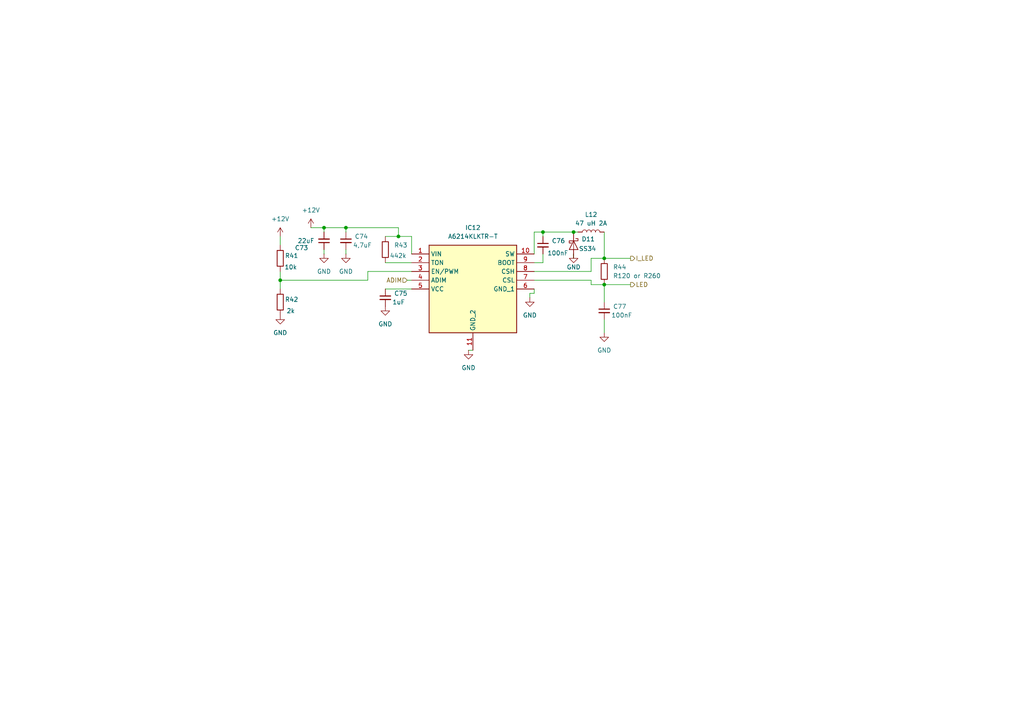
<source format=kicad_sch>
(kicad_sch (version 20250114) (generator "eeschema") (generator_version "9.0")
  (paper "A4")
  (lib_symbols
    (symbol "A6214KLKTR-T:A6214KLKTR-T"
      (property "Reference" "IC" (at 31.75 7.62 0))
      (property "Value" "A6214KLKTR-T" (at 31.75 5.08 0))
      (symbol "A6214KLKTR-T_1_1"
        (rectangle (start 5.08 2.54) (end 30.48 -22.86) (stroke (width 0.254)) (fill (type background)))
        (pin passive line (at 0 0 0) (length 5.08) (name "VIN") (number "1"))
        (pin passive line (at 0 -2.54 0) (length 5.08) (name "TON") (number "2"))
        (pin passive line (at 0 -5.08 0) (length 5.08) (name "EN/PWM") (number "3"))
        (pin passive line (at 0 -7.62 0) (length 5.08) (name "ADIM") (number "4"))
        (pin passive line (at 0 -10.16 0) (length 5.08) (name "VCC") (number "5"))
        (pin passive line (at 17.78 -27.94 90) (length 5.08) (name "GND_2") (number "11"))
        (pin passive line (at 35.56 0 180) (length 5.08) (name "SW") (number "10"))
        (pin passive line (at 35.56 -2.54 180) (length 5.08) (name "BOOT") (number "9"))
        (pin passive line (at 35.56 -5.08 180) (length 5.08) (name "CSH") (number "8"))
        (pin passive line (at 35.56 -7.62 180) (length 5.08) (name "CSL") (number "7"))
        (pin passive line (at 35.56 -10.16 180) (length 5.08) (name "GND_1") (number "6"))
      )
    )
    (symbol "Device:C_Small" (pin_numbers (hide yes)) (pin_names (offset 0.254) (hide yes))
      (property "Reference" "C" (at 0.254 1.778 0))
      (property "Value" "C_Small" (at 0.254 -2.032 0))
      (symbol "C_Small_0_1"
        (polyline (pts (xy -1.524 0.508) (xy 1.524 0.508)) (stroke (width 0.3048)))
        (polyline (pts (xy -1.524 -0.508) (xy 1.524 -0.508)) (stroke (width 0.3302)))
      )
      (symbol "C_Small_1_1"
        (pin passive line (at 0 2.54 270) (length 2.032) (name "~") (number "1"))
        (pin passive line (at 0 -2.54 90) (length 2.032) (name "~") (number "2"))
      )
    )
    (symbol "Device:L" (pin_numbers (hide yes)) (pin_names (offset 1.016) (hide yes))
      (property "Reference" "L" (at -1.27 0 90))
      (property "Value" "L" (at 1.905 0 90))
      (symbol "L_0_1"
        (arc (start 0 2.54) (mid 0.6323 1.905) (end 0 1.27))
        (arc (start 0 1.27) (mid 0.6323 0.635) (end 0 0))
        (arc (start 0 0) (mid 0.6323 -0.635) (end 0 -1.27))
        (arc (start 0 -1.27) (mid 0.6323 -1.905) (end 0 -2.54))
      )
      (symbol "L_1_1"
        (pin passive line (at 0 3.81 270) (length 1.27) (name "1") (number "1"))
        (pin passive line (at 0 -3.81 90) (length 1.27) (name "2") (number "2"))
      )
    )
    (symbol "PCM_4ms_Diode:B140-E3" (pin_numbers (hide yes)) (pin_names (offset 1.016) (hide yes))
      (property "Reference" "D" (at 0 2.54 0))
      (property "Value" "B140-E3" (at 0 -2.54 0))
      (symbol "B140-E3_1_1"
        (polyline (pts (xy -1.905 0.635) (xy -1.905 1.27) (xy -1.27 1.27) (xy -1.27 -1.27) (xy -0.635 -1.27) (xy -0.635 -0.635)) (stroke (width 0.2032)))
        (polyline (pts (xy 1.27 1.27) (xy 1.27 -1.27) (xy -1.27 0) (xy 1.27 1.27)) (stroke (width 0.2032)))
        (polyline (pts (xy 1.27 0) (xy -1.27 0)))
        (pin passive line (at -3.81 0 0) (length 2.54) (name "K") (number "1"))
        (pin passive line (at 3.81 0 180) (length 2.54) (name "A") (number "2"))
      )
    )
    (symbol "PCM_4ms_Power-symbol:+12V" (power) (pin_names (offset 0))
      (property "Value" "+12V" (at 0 3.556 0))
      (symbol "+12V_0_1"
        (polyline (pts (xy -0.762 1.27) (xy 0 2.54)))
        (polyline (pts (xy 0 2.54) (xy 0.762 1.27)))
        (polyline (pts (xy 0 0) (xy 0 2.54)))
      )
      (symbol "+12V_1_1"
        (pin power_in line (at 0 0 90) (length 0) (hide yes) (name "+12V") (number "1"))
      )
    )
    (symbol "PCM_SL_Resistors:Resistor"
      (property "Reference" "R" (at 0 5.08 0))
      (property "Value" "Resistor" (at 0 2.54 0))
      (symbol "Resistor_0_1"
        (rectangle (start -2.286 0.889) (end 2.286 -0.889) (stroke (width 0.24)))
      )
      (symbol "Resistor_1_1"
        (pin passive line (at -3.81 0 0) (length 1.5) (name "") (number "1"))
        (pin passive line (at 3.81 0 180) (length 1.5) (name "~") (number "2"))
      )
    )
    (symbol "power:GND" (power) (pin_numbers (hide yes)) (pin_names (offset 0) (hide yes))
      (property "Value" "GND" (at 0 -3.81 0))
      (symbol "GND_0_1"
        (polyline (pts (xy 0 0) (xy 0 -1.27) (xy 1.27 -1.27) (xy 0 -2.54) (xy -1.27 -1.27) (xy 0 -1.27)))
      )
      (symbol "GND_1_1"
        (pin power_in line (at 0 0 270) (length 0) (name "~") (number "1"))
      )
    )
  )
  (junction (at 93.98 66.04))
  (junction (at 175.26 74.93))
  (junction (at 157.48 67.31))
  (junction (at 166.37 67.31))
  (junction (at 100.33 66.04))
  (junction (at 175.26 82.55))
  (junction (at 81.28 81.28))
  (junction (at 115.57 68.58))
  (wire (pts (xy 154.94 78.74) (xy 171.45 78.74)))
  (wire (pts (xy 81.28 78.74) (xy 81.28 81.28)))
  (wire (pts (xy 175.26 87.63) (xy 175.26 82.55)))
  (wire (pts (xy 175.26 96.52) (xy 175.26 92.71)))
  (wire (pts (xy 157.48 76.2) (xy 154.94 76.2)))
  (wire (pts (xy 90.17 66.04) (xy 93.98 66.04)))
  (wire (pts (xy 111.76 68.58) (xy 115.57 68.58)))
  (wire (pts (xy 115.57 66.04) (xy 115.57 68.58)))
  (wire (pts (xy 100.33 73.66) (xy 100.33 72.39)))
  (wire (pts (xy 106.68 78.74) (xy 119.38 78.74)))
  (wire (pts (xy 93.98 66.04) (xy 100.33 66.04)))
  (wire (pts (xy 166.37 73.66) (xy 166.37 74.93)))
  (wire (pts (xy 171.45 78.74) (xy 171.45 74.93)))
  (wire (pts (xy 171.45 82.55) (xy 175.26 82.55)))
  (wire (pts (xy 171.45 81.28) (xy 171.45 82.55)))
  (wire (pts (xy 100.33 67.31) (xy 100.33 66.04)))
  (wire (pts (xy 166.37 67.31) (xy 167.64 67.31)))
  (wire (pts (xy 119.38 68.58) (xy 119.38 73.66)))
  (wire (pts (xy 154.94 85.09) (xy 154.94 83.82)))
  (wire (pts (xy 111.76 83.82) (xy 119.38 83.82)))
  (wire (pts (xy 153.67 85.09) (xy 153.67 86.36)))
  (wire (pts (xy 175.26 82.55) (xy 182.88 82.55)))
  (wire (pts (xy 81.28 81.28) (xy 81.28 83.82)))
  (wire (pts (xy 154.94 67.31) (xy 154.94 73.66)))
  (wire (pts (xy 182.88 74.93) (xy 175.26 74.93)))
  (wire (pts (xy 157.48 73.66) (xy 157.48 76.2)))
  (wire (pts (xy 157.48 68.58) (xy 157.48 67.31)))
  (wire (pts (xy 93.98 72.39) (xy 93.98 73.66)))
  (wire (pts (xy 154.94 85.09) (xy 153.67 85.09)))
  (wire (pts (xy 81.28 68.58) (xy 81.28 71.12)))
  (wire (pts (xy 154.94 81.28) (xy 171.45 81.28)))
  (wire (pts (xy 111.76 76.2) (xy 119.38 76.2)))
  (wire (pts (xy 100.33 66.04) (xy 115.57 66.04)))
  (wire (pts (xy 93.98 67.31) (xy 93.98 66.04)))
  (wire (pts (xy 115.57 68.58) (xy 119.38 68.58)))
  (wire (pts (xy 157.48 67.31) (xy 166.37 67.31)))
  (wire (pts (xy 106.68 78.74) (xy 106.68 81.28)))
  (wire (pts (xy 154.94 67.31) (xy 157.48 67.31)))
  (wire (pts (xy 137.16 101.6) (xy 135.89 101.6)))
  (wire (pts (xy 81.28 81.28) (xy 106.68 81.28)))
  (wire (pts (xy 175.26 67.31) (xy 175.26 74.93)))
  (wire (pts (xy 119.38 81.28) (xy 118.11 81.28)))
  (wire (pts (xy 171.45 74.93) (xy 175.26 74.93)))
  (hierarchical_label "I_LED" (shape output) (at 182.88 74.93 0))
  (hierarchical_label "ADIM" (shape input) (at 118.11 81.28 180))
  (hierarchical_label "LED" (shape output) (at 182.88 82.55 0))
  (symbol (lib_id "PCM_4ms_Power-symbol:+12V") (at 90.17 66.04 0) (unit 1)
    (property "Reference" "#PWR0139" (effects (hide yes)))
    (property "Value" "+12V" (at 90.17 60.96 0))
    (instances (project "mgr_board" (path "" (reference "#PWR0179") (unit 1)) (path "" (reference "#PWR0159") (unit 1)) (path "" (reference "#PWR0139") (unit 1)) (path "" (reference "#PWR0149") (unit 1)) (path "" (reference "#PWR0169") (unit 1)) (path "" (reference "#PWR0189") (unit 1))))
  )
  (symbol (lib_id "power:GND") (at 81.28 91.44 0) (unit 1)
    (property "Reference" "#PWR0138" (effects (hide yes)))
    (property "Value" "GND" (at 81.28 96.52 0))
    (property "Description" "Power symbol creates a global label with name \"GND\" , ground" (effects (hide yes)))
    (instances (project "mgr_board" (path "" (reference "#PWR0178") (unit 1)) (path "" (reference "#PWR0158") (unit 1)) (path "" (reference "#PWR0138") (unit 1)) (path "" (reference "#PWR0148") (unit 1)) (path "" (reference "#PWR0168") (unit 1)) (path "" (reference "#PWR0188") (unit 1))))
  )
  (symbol (lib_id "Device:C_Small") (at 157.48 71.12 0) (unit 1)
    (property "Reference" "C56" (at 160.02 69.8562 0) (effects (justify left)))
    (property "Value" "100nF" (at 158.75 73.406 0) (effects (justify left)))
    (property "Footprint" "Capacitor_SMD:C_0603_1608Metric_Pad1.08x0.95mm_HandSolder" (effects (hide yes)))
    (property "Description" "Unpolarized capacitor, small symbol" (effects (hide yes)))
    (property "LCSC" "C14663" (effects (hide yes)))
    (instances (project "mgr_board" (path "" (reference "C76") (unit 1)) (path "" (reference "C66") (unit 1)) (path "" (reference "C56") (unit 1)) (path "" (reference "C61") (unit 1)) (path "" (reference "C71") (unit 1)) (path "" (reference "C81") (unit 1))))
  )
  (symbol (lib_id "Device:C_Small") (at 93.98 69.85 180) (unit 1)
    (property "Reference" "C53" (at 89.408 71.882 0) (effects (justify left)))
    (property "Value" "22uF" (at 91.186 69.85 0) (effects (justify left)))
    (property "Footprint" "Capacitor_SMD:C_0805_2012Metric_Pad1.18x1.45mm_HandSolder" (effects (hide yes)))
    (property "Description" "Unpolarized capacitor, small symbol" (effects (hide yes)))
    (property "LCSC" "C96446" (effects (hide yes)))
    (instances (project "mgr_board" (path "" (reference "C73") (unit 1)) (path "" (reference "C63") (unit 1)) (path "" (reference "C53") (unit 1)) (path "" (reference "C58") (unit 1)) (path "" (reference "C68") (unit 1)) (path "" (reference "C78") (unit 1))))
  )
  (symbol (lib_id "power:GND") (at 111.76 88.9 0) (unit 1)
    (property "Reference" "#PWR0142" (effects (hide yes)))
    (property "Value" "GND" (at 111.76 93.98 0))
    (property "Description" "Power symbol creates a global label with name \"GND\" , ground" (effects (hide yes)))
    (instances (project "mgr_board" (path "" (reference "#PWR0182") (unit 1)) (path "" (reference "#PWR0162") (unit 1)) (path "" (reference "#PWR0142") (unit 1)) (path "" (reference "#PWR0152") (unit 1)) (path "" (reference "#PWR0172") (unit 1)) (path "" (reference "#PWR0192") (unit 1))))
  )
  (symbol (lib_id "power:GND") (at 153.67 86.36 0) (unit 1)
    (property "Reference" "#PWR0144" (effects (hide yes)))
    (property "Value" "GND" (at 153.67 91.44 0))
    (property "Description" "Power symbol creates a global label with name \"GND\" , ground" (effects (hide yes)))
    (instances (project "mgr_board" (path "" (reference "#PWR0184") (unit 1)) (path "" (reference "#PWR0164") (unit 1)) (path "" (reference "#PWR0144") (unit 1)) (path "" (reference "#PWR0154") (unit 1)) (path "" (reference "#PWR0174") (unit 1)) (path "" (reference "#PWR0194") (unit 1))))
  )
  (symbol (lib_id "A6214KLKTR-T:A6214KLKTR-T") (at 119.38 73.66 0) (unit 1)
    (property "Reference" "IC8" (at 137.16 66.04 0))
    (property "Value" "A6214KLKTR-T" (at 137.16 68.58 0))
    (property "Footprint" "footprint_lib:SOP100P600X165-11N" (effects (hide yes)))
    (property "Datasheet" "http://www.allegromicro.com/~/media/Files/Datasheets/A6214-A6216-Datasheet.ashx" (effects (hide yes)))
    (property "Description" "Automotive 2A Buck Led Driver" (effects (hide yes)))
    (property "Height" "1.65" (effects (hide yes)))
    (property "Manufacturer_Name" "Allegro Microsystems" (effects (hide yes)))
    (property "Manufacturer_Part_Number" "A6214KLKTR-T" (effects (hide yes)))
    (property "LCSC" "C146400" (effects (hide yes)))
    (instances (project "mgr_board" (path "" (reference "IC12") (unit 1)) (path "" (reference "IC10") (unit 1)) (path "" (reference "IC8") (unit 1)) (path "" (reference "IC9") (unit 1)) (path "" (reference "IC11") (unit 1)) (path "" (reference "IC13") (unit 1))))
  )
  (symbol (lib_id "PCM_SL_Resistors:Resistor") (at 81.28 87.63 270) (unit 1)
    (property "Reference" "R26" (at 84.582 86.868 90))
    (property "Value" "2k" (at 84.328 90.17 90))
    (property "Footprint" "Resistor_SMD:R_0603_1608Metric_Pad0.98x0.95mm_HandSolder" (effects (hide yes)))
    (property "Description" "1/4W Resistor" (effects (hide yes)))
    (property "LCSC" "C22975" (effects (hide yes)))
    (instances (project "mgr_board" (path "" (reference "R42") (unit 1)) (path "" (reference "R34") (unit 1)) (path "" (reference "R26") (unit 1)) (path "" (reference "R30") (unit 1)) (path "" (reference "R38") (unit 1)) (path "" (reference "R46") (unit 1))))
  )
  (symbol (lib_id "power:GND") (at 93.98 73.66 0) (unit 1)
    (property "Reference" "#PWR0140" (effects (hide yes)))
    (property "Value" "GND" (at 93.98 78.74 0))
    (property "Description" "Power symbol creates a global label with name \"GND\" , ground" (effects (hide yes)))
    (instances (project "mgr_board" (path "" (reference "#PWR0180") (unit 1)) (path "" (reference "#PWR0160") (unit 1)) (path "" (reference "#PWR0140") (unit 1)) (path "" (reference "#PWR0150") (unit 1)) (path "" (reference "#PWR0170") (unit 1)) (path "" (reference "#PWR0190") (unit 1))))
  )
  (symbol (lib_id "power:GND") (at 166.37 73.66 0) (unit 1)
    (property "Reference" "#PWR0145" (effects (hide yes)))
    (property "Value" "GND" (at 166.37 77.47 0))
    (property "Description" "Power symbol creates a global label with name \"GND\" , ground" (effects (hide yes)))
    (instances (project "mgr_board" (path "" (reference "#PWR0185") (unit 1)) (path "" (reference "#PWR0165") (unit 1)) (path "" (reference "#PWR0145") (unit 1)) (path "" (reference "#PWR0155") (unit 1)) (path "" (reference "#PWR0175") (unit 1)) (path "" (reference "#PWR0195") (unit 1))))
  )
  (symbol (lib_id "power:GND") (at 135.89 101.6 0) (unit 1)
    (property "Reference" "#PWR0143" (effects (hide yes)))
    (property "Value" "GND" (at 135.89 106.68 0))
    (property "Description" "Power symbol creates a global label with name \"GND\" , ground" (effects (hide yes)))
    (instances (project "mgr_board" (path "" (reference "#PWR0183") (unit 1)) (path "" (reference "#PWR0163") (unit 1)) (path "" (reference "#PWR0143") (unit 1)) (path "" (reference "#PWR0153") (unit 1)) (path "" (reference "#PWR0173") (unit 1)) (path "" (reference "#PWR0193") (unit 1))))
  )
  (symbol (lib_id "power:GND") (at 100.33 73.66 0) (unit 1)
    (property "Reference" "#PWR0141" (effects (hide yes)))
    (property "Value" "GND" (at 100.33 78.74 0))
    (property "Description" "Power symbol creates a global label with name \"GND\" , ground" (effects (hide yes)))
    (instances (project "mgr_board" (path "" (reference "#PWR0181") (unit 1)) (path "" (reference "#PWR0161") (unit 1)) (path "" (reference "#PWR0141") (unit 1)) (path "" (reference "#PWR0151") (unit 1)) (path "" (reference "#PWR0171") (unit 1)) (path "" (reference "#PWR0191") (unit 1))))
  )
  (symbol (lib_id "Device:L") (at 171.45 67.31 90) (unit 1)
    (property "Reference" "L8" (at 171.45 62.23 90))
    (property "Value" "47 uH 2A" (at 171.45 64.77 90))
    (property "Footprint" "footprint_lib:DR125-470-R" (effects (hide yes)))
    (property "Description" "Inductor" (effects (hide yes)))
    (property "LCSC" "C5127262" (effects (hide yes)))
    (instances (project "mgr_board" (path "" (reference "L12") (unit 1)) (path "" (reference "L10") (unit 1)) (path "" (reference "L8") (unit 1)) (path "" (reference "L9") (unit 1)) (path "" (reference "L11") (unit 1)) (path "" (reference "L13") (unit 1))))
  )
  (symbol (lib_id "Device:C_Small") (at 100.33 69.85 0) (unit 1)
    (property "Reference" "C54" (at 102.87 68.5862 0) (effects (justify left)))
    (property "Value" "4,7uF" (at 102.362 71.12 0) (effects (justify left)))
    (property "Footprint" "Capacitor_SMD:C_0603_1608Metric_Pad1.08x0.95mm_HandSolder" (effects (hide yes)))
    (property "Description" "Unpolarized capacitor, small symbol" (effects (hide yes)))
    (property "LCSC" "C19666" (effects (hide yes)))
    (instances (project "mgr_board" (path "" (reference "C74") (unit 1)) (path "" (reference "C64") (unit 1)) (path "" (reference "C54") (unit 1)) (path "" (reference "C59") (unit 1)) (path "" (reference "C69") (unit 1)) (path "" (reference "C79") (unit 1))))
  )
  (symbol (lib_id "PCM_SL_Resistors:Resistor") (at 111.76 72.39 90) (unit 1)
    (property "Reference" "R27" (at 114.3 71.1199 90) (effects (justify right)))
    (property "Value" "442k" (at 113.03 74.168 90) (effects (justify right)))
    (property "Footprint" "Resistor_SMD:R_0603_1608Metric_Pad0.98x0.95mm_HandSolder" (effects (hide yes)))
    (property "Description" "1/4W Resistor" (effects (hide yes)))
    (property "LCSC" "C23175" (effects (hide yes)))
    (instances (project "mgr_board" (path "" (reference "R43") (unit 1)) (path "" (reference "R35") (unit 1)) (path "" (reference "R27") (unit 1)) (path "" (reference "R31") (unit 1)) (path "" (reference "R39") (unit 1)) (path "" (reference "R47") (unit 1))))
  )
  (symbol (lib_id "PCM_SL_Resistors:Resistor") (at 175.26 78.74 90) (unit 1)
    (property "Reference" "R28" (at 177.8 77.4699 90) (effects (justify right)))
    (property "Value" "R120 or R260" (at 177.8 80.0099 90) (effects (justify right)))
    (property "Footprint" "Resistor_SMD:R_2512_6332Metric_Pad1.40x3.35mm_HandSolder" (effects (hide yes)))
    (property "Description" "1/4W Resistor" (effects (hide yes)))
    (instances (project "mgr_board" (path "" (reference "R44") (unit 1)) (path "" (reference "R36") (unit 1)) (path "" (reference "R28") (unit 1)) (path "" (reference "R32") (unit 1)) (path "" (reference "R40") (unit 1)) (path "" (reference "R48") (unit 1))))
  )
  (symbol (lib_id "PCM_4ms_Diode:B140-E3") (at 166.37 71.12 270) (unit 1)
    (property "Reference" "D7" (at 168.656 69.342 90) (effects (justify left)))
    (property "Value" "SS34" (at 167.894 72.136 90) (effects (justify left)))
    (property "Footprint" "Diode_SMD:D_SMA" (effects (hide yes)))
    (property "Datasheet" "https://www.tme.eu/pl/details/sba230al-r1/diody-schottky-smd/panjit-semiconductor/sba230al-r1-00001/" (effects (hide yes)))
    (property "Description" "JLC - SS34 / TME SK24ATR-SMC" (effects (hide yes)))
    (property "Specifications" "40V, 2A" (effects (hide yes)))
    (property "Manufacturer" "Diodes Incorporated" (effects (hide yes)))
    (property "Part Number" "B140-E3/5AT" (effects (hide yes)))
    (property "Manufacturer 2" "Diodes Incorporated" (effects (hide yes)))
    (property "Part Number 2" "B140-E3/61T" (effects (hide yes)))
    (property "JLCPCB ID" "C15759" (effects (hide yes)))
    (property "LCSC" "C8678" (effects (hide yes)))
    (instances (project "mgr_board" (path "" (reference "D11") (unit 1)) (path "" (reference "D9") (unit 1)) (path "" (reference "D7") (unit 1)) (path "" (reference "D8") (unit 1)) (path "" (reference "D10") (unit 1)) (path "" (reference "D12") (unit 1))))
  )
  (symbol (lib_id "PCM_4ms_Power-symbol:+12V") (at 81.28 68.58 0) (unit 1)
    (property "Reference" "#PWR0177" (effects (hide yes)))
    (property "Value" "+12V" (at 81.28 63.5 0))
    (instances (project "mgr_board" (path "" (reference "#PWR0199") (unit 1)) (path "" (reference "#PWR0197") (unit 1)) (path "" (reference "#PWR0177") (unit 1)) (path "" (reference "#PWR0187") (unit 1)) (path "" (reference "#PWR0198") (unit 1)) (path "" (reference "#PWR0200") (unit 1))))
  )
  (symbol (lib_id "Device:C_Small") (at 111.76 86.36 0) (unit 1)
    (property "Reference" "C55" (at 114.3 85.0962 0) (effects (justify left)))
    (property "Value" "1uF" (at 113.792 87.63 0) (effects (justify left)))
    (property "Footprint" "Capacitor_SMD:C_0603_1608Metric_Pad1.08x0.95mm_HandSolder" (effects (hide yes)))
    (property "Description" "Unpolarized capacitor, small symbol" (effects (hide yes)))
    (property "LCSC" "C15849" (effects (hide yes)))
    (instances (project "mgr_board" (path "" (reference "C75") (unit 1)) (path "" (reference "C65") (unit 1)) (path "" (reference "C55") (unit 1)) (path "" (reference "C60") (unit 1)) (path "" (reference "C70") (unit 1)) (path "" (reference "C80") (unit 1))))
  )
  (symbol (lib_id "power:GND") (at 175.26 96.52 0) (unit 1)
    (property "Reference" "#PWR0146" (effects (hide yes)))
    (property "Value" "GND" (at 175.26 101.6 0))
    (property "Description" "Power symbol creates a global label with name \"GND\" , ground" (effects (hide yes)))
    (instances (project "mgr_board" (path "" (reference "#PWR0186") (unit 1)) (path "" (reference "#PWR0166") (unit 1)) (path "" (reference "#PWR0146") (unit 1)) (path "" (reference "#PWR0156") (unit 1)) (path "" (reference "#PWR0176") (unit 1)) (path "" (reference "#PWR0196") (unit 1))))
  )
  (symbol (lib_id "Device:C_Small") (at 175.26 90.17 0) (unit 1)
    (property "Reference" "C57" (at 177.8 88.9062 0) (effects (justify left)))
    (property "Value" "100nF" (at 177.292 91.44 0) (effects (justify left)))
    (property "Footprint" "Capacitor_SMD:C_0603_1608Metric_Pad1.08x0.95mm_HandSolder" (effects (hide yes)))
    (property "Description" "Unpolarized capacitor, small symbol" (effects (hide yes)))
    (property "LCSC" "C14663" (effects (hide yes)))
    (instances (project "mgr_board" (path "" (reference "C77") (unit 1)) (path "" (reference "C67") (unit 1)) (path "" (reference "C57") (unit 1)) (path "" (reference "C62") (unit 1)) (path "" (reference "C72") (unit 1)) (path "" (reference "C82") (unit 1))))
  )
  (symbol (lib_id "PCM_SL_Resistors:Resistor") (at 81.28 74.93 270) (unit 1)
    (property "Reference" "R25" (at 84.582 74.168 90))
    (property "Value" "10k" (at 84.328 77.47 90))
    (property "Footprint" "Resistor_SMD:R_0603_1608Metric_Pad0.98x0.95mm_HandSolder" (effects (hide yes)))
    (property "Description" "1/4W Resistor" (effects (hide yes)))
    (property "LCSC" "C25804" (effects (hide yes)))
    (instances (project "mgr_board" (path "" (reference "R41") (unit 1)) (path "" (reference "R33") (unit 1)) (path "" (reference "R25") (unit 1)) (path "" (reference "R29") (unit 1)) (path "" (reference "R37") (unit 1)) (path "" (reference "R45") (unit 1))))
  )
)
</source>
